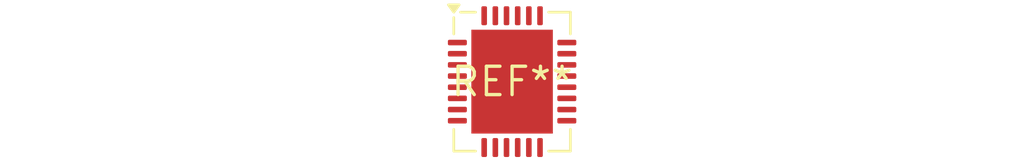
<source format=kicad_pcb>
(kicad_pcb (version 20240108) (generator pcbnew)
  (layers (0 "F.Cu" signal) (31 "B.Cu" signal) (34 "B.Paste" user) (35 "F.Paste" user) (36 "B.SilkS" user "B.Silkscreen") (37 "F.SilkS" user "F.Silkscreen") (38 "B.Mask" user) (39 "F.Mask" user) (44 "Edge.Cuts" user))
  (net 0 "")
  (footprint "QFN-28-1EP_5x6mm_P0.5mm_EP3.65x4.65mm" (layer "F.Cu") (at 0 0)
    (property "Reference" "REF**")
    (property "Value" "QFN-28-1EP_5x6mm_P0.5mm_EP3.65x4.65mm")
    (fp_line (start -2.61 -2.135) (end -2.61 -2.87) (layer "F.SilkS") (stroke (width 0.12)))
    (fp_line (start -2.61 3.11) (end -2.61 2.135) (layer "F.SilkS") (stroke (width 0.12)))
    (fp_line (start -1.635 -3.11) (end -2.31 -3.11) (layer "F.SilkS") (stroke (width 0.12)))
    (fp_line (start -1.635 3.11) (end -2.61 3.11) (layer "F.SilkS") (stroke (width 0.12)))
    (fp_line (start 1.635 -3.11) (end 2.61 -3.11) (layer "F.SilkS") (stroke (width 0.12)))
    (fp_line (start 1.635 3.11) (end 2.61 3.11) (layer "F.SilkS") (stroke (width 0.12)))
    (fp_line (start 2.61 -3.11) (end 2.61 -2.135) (layer "F.SilkS") (stroke (width 0.12)))
    (fp_line (start 2.61 3.11) (end 2.61 2.135) (layer "F.SilkS") (stroke (width 0.12)))
    (fp_poly (pts (xy -2.61 -3.11) (xy -2.85 -3.44) (xy -2.37 -3.44) (xy -2.61 -3.11)) (layer "F.SilkS") (stroke (width 0.12)) (fill solid))
    (pad "1" smd roundrect (at -2.45 -1.75) (size 0.85 0.25) (layers "F.Cu" "F.Paste" "F.Mask"))
    (pad "2" smd roundrect (at -2.45 -1.25) (size 0.85 0.25) (layers "F.Cu" "F.Paste" "F.Mask"))
    (pad "3" smd roundrect (at -2.45 -0.75) (size 0.85 0.25) (layers "F.Cu" "F.Paste" "F.Mask"))
    (pad "4" smd roundrect (at -2.45 -0.25) (size 0.85 0.25) (layers "F.Cu" "F.Paste" "F.Mask"))
    (pad "5" smd roundrect (at -2.45 0.25) (size 0.85 0.25) (layers "F.Cu" "F.Paste" "F.Mask"))
    (pad "6" smd roundrect (at -2.45 0.75) (size 0.85 0.25) (layers "F.Cu" "F.Paste" "F.Mask"))
    (pad "7" smd roundrect (at -2.45 1.25) (size 0.85 0.25) (layers "F.Cu" "F.Paste" "F.Mask"))
    (pad "8" smd roundrect (at -2.45 1.75) (size 0.85 0.25) (layers "F.Cu" "F.Paste" "F.Mask"))
    (pad "9" smd roundrect (at -1.25 2.95) (size 0.25 0.85) (layers "F.Cu" "F.Paste" "F.Mask"))
    (pad "10" smd roundrect (at -0.75 2.95) (size 0.25 0.85) (layers "F.Cu" "F.Paste" "F.Mask"))
    (pad "11" smd roundrect (at -0.25 2.95) (size 0.25 0.85) (layers "F.Cu" "F.Paste" "F.Mask"))
    (pad "12" smd roundrect (at 0.25 2.95) (size 0.25 0.85) (layers "F.Cu" "F.Paste" "F.Mask"))
    (pad "13" smd roundrect (at 0.75 2.95) (size 0.25 0.85) (layers "F.Cu" "F.Paste" "F.Mask"))
    (pad "14" smd roundrect (at 1.25 2.95) (size 0.25 0.85) (layers "F.Cu" "F.Paste" "F.Mask"))
    (pad "15" smd roundrect (at 2.45 1.75) (size 0.85 0.25) (layers "F.Cu" "F.Paste" "F.Mask"))
    (pad "16" smd roundrect (at 2.45 1.25) (size 0.85 0.25) (layers "F.Cu" "F.Paste" "F.Mask"))
    (pad "17" smd roundrect (at 2.45 0.75) (size 0.85 0.25) (layers "F.Cu" "F.Paste" "F.Mask"))
    (pad "18" smd roundrect (at 2.45 0.25) (size 0.85 0.25) (layers "F.Cu" "F.Paste" "F.Mask"))
    (pad "19" smd roundrect (at 2.45 -0.25) (size 0.85 0.25) (layers "F.Cu" "F.Paste" "F.Mask"))
    (pad "20" smd roundrect (at 2.45 -0.75) (size 0.85 0.25) (layers "F.Cu" "F.Paste" "F.Mask"))
    (pad "21" smd roundrect (at 2.45 -1.25) (size 0.85 0.25) (layers "F.Cu" "F.Paste" "F.Mask"))
    (pad "22" smd roundrect (at 2.45 -1.75) (size 0.85 0.25) (layers "F.Cu" "F.Paste" "F.Mask"))
    (pad "23" smd roundrect (at 1.25 -2.95) (size 0.25 0.85) (layers "F.Cu" "F.Paste" "F.Mask"))
    (pad "24" smd roundrect (at 0.75 -2.95) (size 0.25 0.85) (layers "F.Cu" "F.Paste" "F.Mask"))
    (pad "25" smd roundrect (at 0.25 -2.95) (size 0.25 0.85) (layers "F.Cu" "F.Paste" "F.Mask"))
    (pad "26" smd roundrect (at -0.25 -2.95) (size 0.25 0.85) (layers "F.Cu" "F.Paste" "F.Mask"))
    (pad "27" smd roundrect (at -0.75 -2.95) (size 0.25 0.85) (layers "F.Cu" "F.Paste" "F.Mask"))
    (pad "28" smd roundrect (at -1.25 -2.95) (size 0.25 0.85) (layers "F.Cu" "F.Paste" "F.Mask"))
    (pad "29" smd rect (at 0 0) (size 3.65 4.65) (property pad_prop_heatsink) (layers "F.Cu" "F.Mask"))
  )
)
</source>
